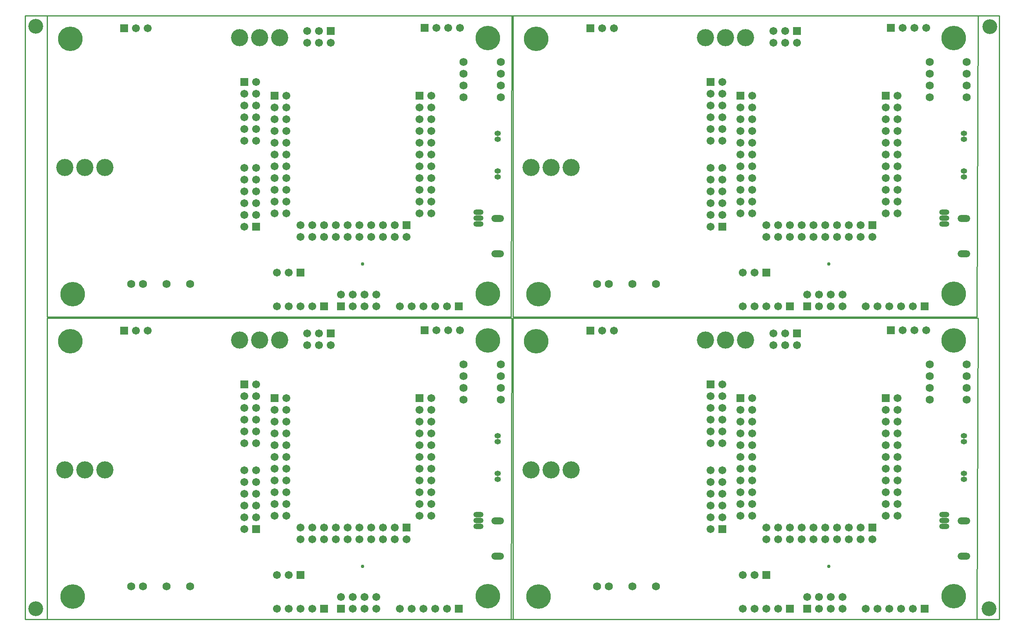
<source format=gbs>
G04*
G04 #@! TF.GenerationSoftware,Altium Limited,Altium Designer,20.0.13 (296)*
G04*
G04 Layer_Color=16711935*
%FSLAX24Y24*%
%MOIN*%
G70*
G01*
G75*
%ADD34C,0.0100*%
%ADD94C,0.1261*%
%ADD95C,0.0310*%
%ADD96C,0.2080*%
%ADD97C,0.0671*%
%ADD98R,0.0671X0.0671*%
%ADD99C,0.0671*%
%ADD100R,0.0671X0.0671*%
%ADD101C,0.1458*%
%ADD102C,0.0680*%
%ADD103O,0.0867X0.0474*%
%ADD104O,0.0867X0.0474*%
%ADD105O,0.1080X0.0580*%
%ADD106O,0.0552X0.0434*%
%ADD107C,0.0300*%
D34*
X0Y0D02*
X78900D01*
X0Y51300D02*
X79050D01*
X78700D02*
X79400D01*
X80700D01*
X79400Y0D02*
X80700D01*
X78700D02*
X79400D01*
X80700Y51300D02*
X80700Y0D01*
X-1969D02*
Y51300D01*
X-700D02*
X0D01*
X-1969D02*
X-700D01*
X-1969Y0D02*
X-700D01*
X0D01*
X-100Y25600D02*
X39270D01*
X37329Y23682D02*
X37329Y23682D01*
X39270Y0D02*
X39349Y25600D01*
X33900Y25600D02*
X39349D01*
X-100D02*
X-100Y10D01*
Y0D02*
X39270D01*
X39449Y25600D02*
X78819D01*
X76877Y23682D02*
X76877Y23682D01*
X78819Y0D02*
X78897Y25600D01*
X73449Y25600D02*
X78897D01*
X39449D02*
X39449Y10D01*
Y0D02*
X78819D01*
X-100Y51300D02*
X39270D01*
X37329Y49382D02*
X37329Y49382D01*
X39270Y25700D02*
X39349Y51300D01*
X33900Y51300D02*
X39349D01*
X-100D02*
X-100Y25710D01*
Y25700D02*
X39270D01*
X39449Y51300D02*
X78819D01*
X76877Y49382D02*
X76877Y49382D01*
X78819Y25700D02*
X78897Y51300D01*
X73449Y51300D02*
X78897D01*
X39449D02*
X39449Y25710D01*
Y25700D02*
X78819D01*
D94*
X79850Y900D02*
D03*
X79900Y50350D02*
D03*
X-1050Y50400D02*
D03*
Y900D02*
D03*
D95*
X2477Y24193D02*
D03*
X2691Y23728D02*
D03*
X2591Y23227D02*
D03*
X2215Y22880D02*
D03*
X1707Y22820D02*
D03*
X1260Y23070D02*
D03*
X1047Y23535D02*
D03*
X1147Y24037D02*
D03*
X1523Y24384D02*
D03*
X2031Y24443D02*
D03*
X37916Y24246D02*
D03*
X38130Y23782D02*
D03*
X38030Y23280D02*
D03*
X37654Y22933D02*
D03*
X37146Y22873D02*
D03*
X36700Y23124D02*
D03*
X36486Y23588D02*
D03*
X36586Y24090D02*
D03*
X36962Y24437D02*
D03*
X37470Y24497D02*
D03*
X37910Y2530D02*
D03*
X38124Y2065D02*
D03*
X38024Y1564D02*
D03*
X37648Y1217D02*
D03*
X37140Y1157D02*
D03*
X36693Y1407D02*
D03*
X36480Y1872D02*
D03*
X36580Y2374D02*
D03*
X36956Y2721D02*
D03*
X37464Y2780D02*
D03*
X2677Y2480D02*
D03*
X2891Y2015D02*
D03*
X2791Y1514D02*
D03*
X2415Y1167D02*
D03*
X1907Y1107D02*
D03*
X1460Y1357D02*
D03*
X1247Y1822D02*
D03*
X1347Y2324D02*
D03*
X1723Y2671D02*
D03*
X2231Y2730D02*
D03*
X42026Y24193D02*
D03*
X42240Y23728D02*
D03*
X42139Y23227D02*
D03*
X41763Y22880D02*
D03*
X41255Y22820D02*
D03*
X40809Y23070D02*
D03*
X40595Y23535D02*
D03*
X40696Y24037D02*
D03*
X41071Y24384D02*
D03*
X41580Y24443D02*
D03*
X77465Y24246D02*
D03*
X77679Y23782D02*
D03*
X77579Y23280D02*
D03*
X77203Y22933D02*
D03*
X76695Y22873D02*
D03*
X76248Y23124D02*
D03*
X76035Y23588D02*
D03*
X76135Y24090D02*
D03*
X76511Y24437D02*
D03*
X77019Y24497D02*
D03*
X77459Y2530D02*
D03*
X77673Y2065D02*
D03*
X77572Y1564D02*
D03*
X77196Y1217D02*
D03*
X76688Y1157D02*
D03*
X76242Y1407D02*
D03*
X76028Y1872D02*
D03*
X76129Y2374D02*
D03*
X76505Y2721D02*
D03*
X77013Y2780D02*
D03*
X42226Y2480D02*
D03*
X42440Y2015D02*
D03*
X42339Y1514D02*
D03*
X41963Y1167D02*
D03*
X41455Y1107D02*
D03*
X41009Y1357D02*
D03*
X40795Y1822D02*
D03*
X40896Y2324D02*
D03*
X41271Y2671D02*
D03*
X41780Y2730D02*
D03*
X2477Y49893D02*
D03*
X2691Y49429D02*
D03*
X2591Y48927D02*
D03*
X2215Y48580D02*
D03*
X1707Y48520D02*
D03*
X1260Y48771D02*
D03*
X1047Y49235D02*
D03*
X1147Y49737D02*
D03*
X1523Y50084D02*
D03*
X2031Y50144D02*
D03*
X37916Y49947D02*
D03*
X38130Y49482D02*
D03*
X38030Y48980D02*
D03*
X37654Y48633D02*
D03*
X37146Y48574D02*
D03*
X36700Y48824D02*
D03*
X36486Y49289D02*
D03*
X36586Y49790D02*
D03*
X36962Y50137D02*
D03*
X37470Y50197D02*
D03*
X37910Y28230D02*
D03*
X38124Y27766D02*
D03*
X38024Y27264D02*
D03*
X37648Y26917D02*
D03*
X37140Y26857D02*
D03*
X36693Y27108D02*
D03*
X36480Y27572D02*
D03*
X36580Y28074D02*
D03*
X36956Y28421D02*
D03*
X37464Y28481D02*
D03*
X2677Y28180D02*
D03*
X2891Y27716D02*
D03*
X2791Y27214D02*
D03*
X2415Y26867D02*
D03*
X1907Y26807D02*
D03*
X1460Y27058D02*
D03*
X1247Y27522D02*
D03*
X1347Y28024D02*
D03*
X1723Y28371D02*
D03*
X2231Y28431D02*
D03*
X42026Y49893D02*
D03*
X42240Y49429D02*
D03*
X42139Y48927D02*
D03*
X41763Y48580D02*
D03*
X41255Y48520D02*
D03*
X40809Y48771D02*
D03*
X40595Y49235D02*
D03*
X40696Y49737D02*
D03*
X41071Y50084D02*
D03*
X41580Y50144D02*
D03*
X77465Y49947D02*
D03*
X77679Y49482D02*
D03*
X77579Y48980D02*
D03*
X77203Y48633D02*
D03*
X76695Y48574D02*
D03*
X76248Y48824D02*
D03*
X76035Y49289D02*
D03*
X76135Y49790D02*
D03*
X76511Y50137D02*
D03*
X77019Y50197D02*
D03*
X77459Y28230D02*
D03*
X77673Y27766D02*
D03*
X77572Y27264D02*
D03*
X77196Y26917D02*
D03*
X76688Y26857D02*
D03*
X76242Y27108D02*
D03*
X76028Y27572D02*
D03*
X76129Y28074D02*
D03*
X76505Y28421D02*
D03*
X77013Y28481D02*
D03*
X42226Y28180D02*
D03*
X42440Y27716D02*
D03*
X42339Y27214D02*
D03*
X41963Y26867D02*
D03*
X41455Y26807D02*
D03*
X41009Y27058D02*
D03*
X40795Y27522D02*
D03*
X40896Y28024D02*
D03*
X41271Y28371D02*
D03*
X41780Y28431D02*
D03*
D96*
X1869Y23632D02*
D03*
X37308Y23685D02*
D03*
X37302Y1969D02*
D03*
X2069Y1919D02*
D03*
X41417Y23632D02*
D03*
X76857Y23685D02*
D03*
X76851Y1969D02*
D03*
X41617Y1919D02*
D03*
X1869Y49332D02*
D03*
X37308Y49385D02*
D03*
X37302Y27669D02*
D03*
X2069Y27619D02*
D03*
X41417Y49332D02*
D03*
X76857Y49385D02*
D03*
X76851Y27669D02*
D03*
X41617Y27619D02*
D03*
D97*
X32518Y8800D02*
D03*
X31518D02*
D03*
X32518Y9800D02*
D03*
X31518D02*
D03*
X32518Y10800D02*
D03*
X31518D02*
D03*
X32518Y11800D02*
D03*
X31518D02*
D03*
X32518Y12800D02*
D03*
X31518D02*
D03*
X32518Y13800D02*
D03*
X31518D02*
D03*
X32518Y14800D02*
D03*
X31518D02*
D03*
X32518Y15800D02*
D03*
X31518D02*
D03*
X32518Y16800D02*
D03*
X31518D02*
D03*
X32518Y17800D02*
D03*
X31518D02*
D03*
X32518Y18800D02*
D03*
X21400Y6800D02*
D03*
Y7800D02*
D03*
X22400Y6800D02*
D03*
Y7800D02*
D03*
X23400Y6800D02*
D03*
Y7800D02*
D03*
X24400Y6800D02*
D03*
Y7800D02*
D03*
X25400Y6800D02*
D03*
Y7800D02*
D03*
X28400Y6800D02*
D03*
Y7800D02*
D03*
X29400Y6800D02*
D03*
Y7800D02*
D03*
X30400Y6800D02*
D03*
X20203Y8800D02*
D03*
X19203D02*
D03*
X20203Y9800D02*
D03*
X19203D02*
D03*
X20203Y10800D02*
D03*
X19203D02*
D03*
X20203Y11800D02*
D03*
X19203D02*
D03*
X20203Y12800D02*
D03*
X19203D02*
D03*
X20203Y13800D02*
D03*
X19203D02*
D03*
X20203Y14800D02*
D03*
X19203D02*
D03*
X20203Y15800D02*
D03*
X19203D02*
D03*
X20203Y16800D02*
D03*
X19203D02*
D03*
X20203Y17800D02*
D03*
X19203D02*
D03*
X20203Y18800D02*
D03*
X19403Y3749D02*
D03*
X20403D02*
D03*
X24856Y1903D02*
D03*
X25856Y903D02*
D03*
Y1903D02*
D03*
X26856Y903D02*
D03*
Y1903D02*
D03*
X27856Y903D02*
D03*
Y1903D02*
D03*
X16650Y7650D02*
D03*
X17650Y8650D02*
D03*
X16650D02*
D03*
X17650Y9650D02*
D03*
X16650D02*
D03*
X17650Y10650D02*
D03*
X16650D02*
D03*
X17650Y11650D02*
D03*
X16650D02*
D03*
X17650Y12650D02*
D03*
X16650D02*
D03*
X17650Y19950D02*
D03*
X16650Y18950D02*
D03*
X17650D02*
D03*
X16650Y17950D02*
D03*
X17650D02*
D03*
X16650Y16950D02*
D03*
X17650D02*
D03*
X16650Y15950D02*
D03*
X17650D02*
D03*
X16650Y14950D02*
D03*
X17650D02*
D03*
X19408Y884D02*
D03*
X20408D02*
D03*
X21408D02*
D03*
X22408D02*
D03*
X29832Y909D02*
D03*
X30832D02*
D03*
X31832D02*
D03*
X32832D02*
D03*
X33832D02*
D03*
X32950Y24550D02*
D03*
X33950D02*
D03*
X34950D02*
D03*
X21985Y23295D02*
D03*
Y24295D02*
D03*
X22985Y23295D02*
D03*
Y24295D02*
D03*
X23985Y23295D02*
D03*
X8450Y24536D02*
D03*
X7450D02*
D03*
X72067Y8800D02*
D03*
X71067D02*
D03*
X72067Y9800D02*
D03*
X71067D02*
D03*
X72067Y10800D02*
D03*
X71067D02*
D03*
X72067Y11800D02*
D03*
X71067D02*
D03*
X72067Y12800D02*
D03*
X71067D02*
D03*
X72067Y13800D02*
D03*
X71067D02*
D03*
X72067Y14800D02*
D03*
X71067D02*
D03*
X72067Y15800D02*
D03*
X71067D02*
D03*
X72067Y16800D02*
D03*
X71067D02*
D03*
X72067Y17800D02*
D03*
X71067D02*
D03*
X72067Y18800D02*
D03*
X60949Y6800D02*
D03*
Y7800D02*
D03*
X61949Y6800D02*
D03*
Y7800D02*
D03*
X62949Y6800D02*
D03*
Y7800D02*
D03*
X63949Y6800D02*
D03*
Y7800D02*
D03*
X64949Y6800D02*
D03*
Y7800D02*
D03*
X67949Y6800D02*
D03*
Y7800D02*
D03*
X68949Y6800D02*
D03*
Y7800D02*
D03*
X69949Y6800D02*
D03*
X59752Y8800D02*
D03*
X58752D02*
D03*
X59752Y9800D02*
D03*
X58752D02*
D03*
X59752Y10800D02*
D03*
X58752D02*
D03*
X59752Y11800D02*
D03*
X58752D02*
D03*
X59752Y12800D02*
D03*
X58752D02*
D03*
X59752Y13800D02*
D03*
X58752D02*
D03*
X59752Y14800D02*
D03*
X58752D02*
D03*
X59752Y15800D02*
D03*
X58752D02*
D03*
X59752Y16800D02*
D03*
X58752D02*
D03*
X59752Y17800D02*
D03*
X58752D02*
D03*
X59752Y18800D02*
D03*
X58952Y3749D02*
D03*
X59952D02*
D03*
X64405Y1903D02*
D03*
X65405Y903D02*
D03*
Y1903D02*
D03*
X66405Y903D02*
D03*
Y1903D02*
D03*
X67405Y903D02*
D03*
Y1903D02*
D03*
X56199Y7650D02*
D03*
X57199Y8650D02*
D03*
X56199D02*
D03*
X57199Y9650D02*
D03*
X56199D02*
D03*
X57199Y10650D02*
D03*
X56199D02*
D03*
X57199Y11650D02*
D03*
X56199D02*
D03*
X57199Y12650D02*
D03*
X56199D02*
D03*
X57199Y19950D02*
D03*
X56199Y18950D02*
D03*
X57199D02*
D03*
X56199Y17950D02*
D03*
X57199D02*
D03*
X56199Y16950D02*
D03*
X57199D02*
D03*
X56199Y15950D02*
D03*
X57199D02*
D03*
X56199Y14950D02*
D03*
X57199D02*
D03*
X58956Y884D02*
D03*
X59956D02*
D03*
X60956D02*
D03*
X61956D02*
D03*
X69381Y909D02*
D03*
X70381D02*
D03*
X71381D02*
D03*
X72381D02*
D03*
X73381D02*
D03*
X72499Y24550D02*
D03*
X73499D02*
D03*
X74499D02*
D03*
X61534Y23295D02*
D03*
Y24295D02*
D03*
X62534Y23295D02*
D03*
Y24295D02*
D03*
X63534Y23295D02*
D03*
X47999Y24536D02*
D03*
X46999D02*
D03*
X32518Y34500D02*
D03*
X31518D02*
D03*
X32518Y35500D02*
D03*
X31518D02*
D03*
X32518Y36500D02*
D03*
X31518D02*
D03*
X32518Y37500D02*
D03*
X31518D02*
D03*
X32518Y38500D02*
D03*
X31518D02*
D03*
X32518Y39500D02*
D03*
X31518D02*
D03*
X32518Y40500D02*
D03*
X31518D02*
D03*
X32518Y41500D02*
D03*
X31518D02*
D03*
X32518Y42500D02*
D03*
X31518D02*
D03*
X32518Y43500D02*
D03*
X31518D02*
D03*
X32518Y44500D02*
D03*
X21400Y32500D02*
D03*
Y33500D02*
D03*
X22400Y32500D02*
D03*
Y33500D02*
D03*
X23400Y32500D02*
D03*
Y33500D02*
D03*
X24400Y32500D02*
D03*
Y33500D02*
D03*
X25400Y32500D02*
D03*
Y33500D02*
D03*
X28400Y32500D02*
D03*
Y33500D02*
D03*
X29400Y32500D02*
D03*
Y33500D02*
D03*
X30400Y32500D02*
D03*
X20203Y34500D02*
D03*
X19203D02*
D03*
X20203Y35500D02*
D03*
X19203D02*
D03*
X20203Y36500D02*
D03*
X19203D02*
D03*
X20203Y37500D02*
D03*
X19203D02*
D03*
X20203Y38500D02*
D03*
X19203D02*
D03*
X20203Y39500D02*
D03*
X19203D02*
D03*
X20203Y40500D02*
D03*
X19203D02*
D03*
X20203Y41500D02*
D03*
X19203D02*
D03*
X20203Y42500D02*
D03*
X19203D02*
D03*
X20203Y43500D02*
D03*
X19203D02*
D03*
X20203Y44500D02*
D03*
X19403Y29449D02*
D03*
X20403D02*
D03*
X24856Y27603D02*
D03*
X25856Y26603D02*
D03*
Y27603D02*
D03*
X26856Y26603D02*
D03*
Y27603D02*
D03*
X27856Y26603D02*
D03*
Y27603D02*
D03*
X16650Y33350D02*
D03*
X17650Y34350D02*
D03*
X16650D02*
D03*
X17650Y35350D02*
D03*
X16650D02*
D03*
X17650Y36350D02*
D03*
X16650D02*
D03*
X17650Y37350D02*
D03*
X16650D02*
D03*
X17650Y38350D02*
D03*
X16650D02*
D03*
X17650Y45650D02*
D03*
X16650Y44650D02*
D03*
X17650D02*
D03*
X16650Y43650D02*
D03*
X17650D02*
D03*
X16650Y42650D02*
D03*
X17650D02*
D03*
X16650Y41650D02*
D03*
X17650D02*
D03*
X16650Y40650D02*
D03*
X17650D02*
D03*
X19408Y26584D02*
D03*
X20408D02*
D03*
X21408D02*
D03*
X22408D02*
D03*
X29832Y26609D02*
D03*
X30832D02*
D03*
X31832D02*
D03*
X32832D02*
D03*
X33832D02*
D03*
X32950Y50250D02*
D03*
X33950D02*
D03*
X34950D02*
D03*
X21985Y48995D02*
D03*
Y49995D02*
D03*
X22985Y48995D02*
D03*
Y49995D02*
D03*
X23985Y48995D02*
D03*
X8450Y50236D02*
D03*
X7450D02*
D03*
X72067Y34500D02*
D03*
X71067D02*
D03*
X72067Y35500D02*
D03*
X71067D02*
D03*
X72067Y36500D02*
D03*
X71067D02*
D03*
X72067Y37500D02*
D03*
X71067D02*
D03*
X72067Y38500D02*
D03*
X71067D02*
D03*
X72067Y39500D02*
D03*
X71067D02*
D03*
X72067Y40500D02*
D03*
X71067D02*
D03*
X72067Y41500D02*
D03*
X71067D02*
D03*
X72067Y42500D02*
D03*
X71067D02*
D03*
X72067Y43500D02*
D03*
X71067D02*
D03*
X72067Y44500D02*
D03*
X60949Y32500D02*
D03*
Y33500D02*
D03*
X61949Y32500D02*
D03*
Y33500D02*
D03*
X62949Y32500D02*
D03*
Y33500D02*
D03*
X63949Y32500D02*
D03*
Y33500D02*
D03*
X64949Y32500D02*
D03*
Y33500D02*
D03*
X67949Y32500D02*
D03*
Y33500D02*
D03*
X68949Y32500D02*
D03*
Y33500D02*
D03*
X69949Y32500D02*
D03*
X59752Y34500D02*
D03*
X58752D02*
D03*
X59752Y35500D02*
D03*
X58752D02*
D03*
X59752Y36500D02*
D03*
X58752D02*
D03*
X59752Y37500D02*
D03*
X58752D02*
D03*
X59752Y38500D02*
D03*
X58752D02*
D03*
X59752Y39500D02*
D03*
X58752D02*
D03*
X59752Y40500D02*
D03*
X58752D02*
D03*
X59752Y41500D02*
D03*
X58752D02*
D03*
X59752Y42500D02*
D03*
X58752D02*
D03*
X59752Y43500D02*
D03*
X58752D02*
D03*
X59752Y44500D02*
D03*
X58952Y29449D02*
D03*
X59952D02*
D03*
X64405Y27603D02*
D03*
X65405Y26603D02*
D03*
Y27603D02*
D03*
X66405Y26603D02*
D03*
Y27603D02*
D03*
X67405Y26603D02*
D03*
Y27603D02*
D03*
X56199Y33350D02*
D03*
X57199Y34350D02*
D03*
X56199D02*
D03*
X57199Y35350D02*
D03*
X56199D02*
D03*
X57199Y36350D02*
D03*
X56199D02*
D03*
X57199Y37350D02*
D03*
X56199D02*
D03*
X57199Y38350D02*
D03*
X56199D02*
D03*
X57199Y45650D02*
D03*
X56199Y44650D02*
D03*
X57199D02*
D03*
X56199Y43650D02*
D03*
X57199D02*
D03*
X56199Y42650D02*
D03*
X57199D02*
D03*
X56199Y41650D02*
D03*
X57199D02*
D03*
X56199Y40650D02*
D03*
X57199D02*
D03*
X58956Y26584D02*
D03*
X59956D02*
D03*
X60956D02*
D03*
X61956D02*
D03*
X69381Y26609D02*
D03*
X70381D02*
D03*
X71381D02*
D03*
X72381D02*
D03*
X73381D02*
D03*
X72499Y50250D02*
D03*
X73499D02*
D03*
X74499D02*
D03*
X61534Y48995D02*
D03*
Y49995D02*
D03*
X62534Y48995D02*
D03*
Y49995D02*
D03*
X63534Y48995D02*
D03*
X47999Y50236D02*
D03*
X46999D02*
D03*
D98*
X31518Y18800D02*
D03*
X19203D02*
D03*
X17650Y7650D02*
D03*
X16650Y19950D02*
D03*
X71067Y18800D02*
D03*
X58752D02*
D03*
X57199Y7650D02*
D03*
X56199Y19950D02*
D03*
X31518Y44500D02*
D03*
X19203D02*
D03*
X17650Y33350D02*
D03*
X16650Y45650D02*
D03*
X71067Y44500D02*
D03*
X58752D02*
D03*
X57199Y33350D02*
D03*
X56199Y45650D02*
D03*
D99*
X26400Y6800D02*
D03*
Y7800D02*
D03*
X27400Y6800D02*
D03*
Y7800D02*
D03*
X65949Y6800D02*
D03*
Y7800D02*
D03*
X66949Y6800D02*
D03*
Y7800D02*
D03*
X26400Y32500D02*
D03*
Y33500D02*
D03*
X27400Y32500D02*
D03*
Y33500D02*
D03*
X65949Y32500D02*
D03*
Y33500D02*
D03*
X66949Y32500D02*
D03*
Y33500D02*
D03*
D100*
X30400Y7800D02*
D03*
X21403Y3749D02*
D03*
X24856Y903D02*
D03*
X23408Y884D02*
D03*
X34832Y909D02*
D03*
X31950Y24550D02*
D03*
X23985Y24295D02*
D03*
X6450Y24536D02*
D03*
X69949Y7800D02*
D03*
X60952Y3749D02*
D03*
X64405Y903D02*
D03*
X62956Y884D02*
D03*
X74381Y909D02*
D03*
X71499Y24550D02*
D03*
X63534Y24295D02*
D03*
X45999Y24536D02*
D03*
X30400Y33500D02*
D03*
X21403Y29449D02*
D03*
X24856Y26603D02*
D03*
X23408Y26584D02*
D03*
X34832Y26609D02*
D03*
X31950Y50250D02*
D03*
X23985Y49995D02*
D03*
X6450Y50236D02*
D03*
X69949Y33500D02*
D03*
X60952Y29449D02*
D03*
X64405Y26603D02*
D03*
X62956Y26584D02*
D03*
X74381Y26609D02*
D03*
X71499Y50250D02*
D03*
X63534Y49995D02*
D03*
X45999Y50236D02*
D03*
D101*
X1426Y12700D02*
D03*
X3126D02*
D03*
X4826D02*
D03*
X16235Y23745D02*
D03*
X17935D02*
D03*
X19635D02*
D03*
X40974Y12700D02*
D03*
X42674D02*
D03*
X44374D02*
D03*
X55784Y23745D02*
D03*
X57484D02*
D03*
X59184D02*
D03*
X1426Y38400D02*
D03*
X3126D02*
D03*
X4826D02*
D03*
X16235Y49445D02*
D03*
X17935D02*
D03*
X19635D02*
D03*
X40974Y38400D02*
D03*
X42674D02*
D03*
X44374D02*
D03*
X55784Y49445D02*
D03*
X57484D02*
D03*
X59184D02*
D03*
D102*
X7043Y2800D02*
D03*
X8043D02*
D03*
X10043D02*
D03*
X12043D02*
D03*
X35251Y18650D02*
D03*
Y19650D02*
D03*
X38400Y21650D02*
D03*
X35251Y20650D02*
D03*
Y21650D02*
D03*
X38400Y20650D02*
D03*
Y19650D02*
D03*
Y18650D02*
D03*
X46592Y2800D02*
D03*
X47592D02*
D03*
X49592D02*
D03*
X51592D02*
D03*
X74799Y18650D02*
D03*
Y19650D02*
D03*
X77949Y21650D02*
D03*
X74799Y20650D02*
D03*
Y21650D02*
D03*
X77949Y20650D02*
D03*
Y19650D02*
D03*
Y18650D02*
D03*
X7043Y28500D02*
D03*
X8043D02*
D03*
X10043D02*
D03*
X12043D02*
D03*
X35251Y44350D02*
D03*
Y45350D02*
D03*
X38400Y47350D02*
D03*
X35251Y46350D02*
D03*
Y47350D02*
D03*
X38400Y46350D02*
D03*
Y45350D02*
D03*
Y44350D02*
D03*
X46592Y28500D02*
D03*
X47592D02*
D03*
X49592D02*
D03*
X51592D02*
D03*
X74799Y44350D02*
D03*
Y45350D02*
D03*
X77949Y47350D02*
D03*
X74799Y46350D02*
D03*
Y47350D02*
D03*
X77949Y46350D02*
D03*
Y45350D02*
D03*
Y44350D02*
D03*
D103*
X36500Y8900D02*
D03*
Y7900D02*
D03*
X76049Y8900D02*
D03*
Y7900D02*
D03*
X36500Y34600D02*
D03*
Y33600D02*
D03*
X76049Y34600D02*
D03*
Y33600D02*
D03*
D104*
X36500Y8400D02*
D03*
X76049D02*
D03*
X36500Y34100D02*
D03*
X76049D02*
D03*
D105*
X38150Y5350D02*
D03*
Y8350D02*
D03*
X77699Y5350D02*
D03*
Y8350D02*
D03*
X38150Y31050D02*
D03*
Y34050D02*
D03*
X77699Y31050D02*
D03*
Y34050D02*
D03*
D106*
X38150Y11900D02*
D03*
Y12400D02*
D03*
Y15100D02*
D03*
Y15600D02*
D03*
X77699Y11900D02*
D03*
Y12400D02*
D03*
Y15100D02*
D03*
Y15600D02*
D03*
X38150Y37600D02*
D03*
Y38100D02*
D03*
Y40800D02*
D03*
Y41300D02*
D03*
X77699Y37600D02*
D03*
Y38100D02*
D03*
Y40800D02*
D03*
Y41300D02*
D03*
D107*
X26680Y4502D02*
D03*
X66229D02*
D03*
X26680Y30202D02*
D03*
X66229D02*
D03*
M02*

</source>
